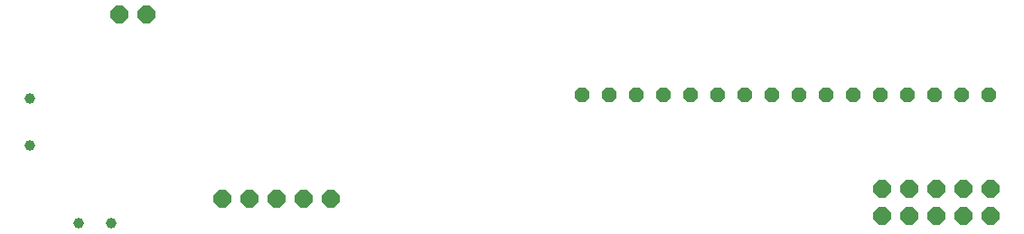
<source format=gbs>
G75*
G70*
%OFA0B0*%
%FSLAX24Y24*%
%IPPOS*%
%LPD*%
%AMOC8*
5,1,8,0,0,1.08239X$1,22.5*
%
%ADD10C,0.0394*%
%ADD11OC8,0.0560*%
%ADD12OC8,0.0640*%
D10*
X005661Y004951D03*
X006842Y004951D03*
X003854Y007822D03*
X003854Y009554D03*
D11*
X024228Y009670D03*
X025228Y009670D03*
X026228Y009670D03*
X027228Y009670D03*
X028228Y009670D03*
X029228Y009670D03*
X030228Y009670D03*
X031228Y009670D03*
X032228Y009670D03*
X033228Y009670D03*
X034228Y009670D03*
X035228Y009670D03*
X036228Y009670D03*
X037228Y009670D03*
X038228Y009670D03*
X039228Y009670D03*
D12*
X039278Y006220D03*
X038278Y006220D03*
X037278Y006220D03*
X036278Y006220D03*
X035278Y006220D03*
X035278Y005220D03*
X036278Y005220D03*
X037278Y005220D03*
X038278Y005220D03*
X039278Y005220D03*
X014948Y005864D03*
X013948Y005864D03*
X012948Y005864D03*
X011948Y005864D03*
X010948Y005864D03*
X008151Y012651D03*
X007151Y012651D03*
M02*

</source>
